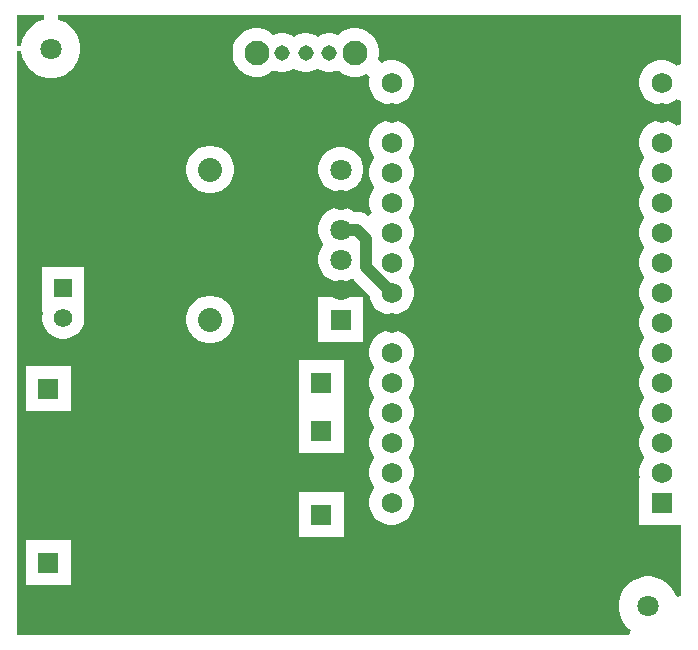
<source format=gbr>
G04*
G04 #@! TF.GenerationSoftware,Altium Limited,Altium Designer,24.6.1 (21)*
G04*
G04 Layer_Physical_Order=1*
G04 Layer_Color=255*
%FSLAX44Y44*%
%MOMM*%
G71*
G04*
G04 #@! TF.SameCoordinates,8B27C9E9-A4C2-4BD9-AFE1-7C446D6426E9*
G04*
G04*
G04 #@! TF.FilePolarity,Positive*
G04*
G01*
G75*
%ADD26C,1.0000*%
%ADD27C,1.8000*%
%ADD28C,1.3080*%
%ADD29C,2.1000*%
%ADD30C,1.7526*%
%ADD31R,1.7526X1.7526*%
%ADD32R,1.5750X1.5750*%
%ADD33C,1.5750*%
%ADD34R,1.8000X1.8000*%
%ADD35C,1.8000*%
%ADD36R,1.8000X1.8000*%
%ADD37C,2.0320*%
G36*
X913595Y1264730D02*
X911955Y1264404D01*
X907405Y1262519D01*
X903310Y1259783D01*
X899828Y1256301D01*
X897092Y1252206D01*
X895208Y1247656D01*
X894247Y1242827D01*
X890270Y1242883D01*
Y1268730D01*
X913201D01*
X913595Y1264730D01*
D02*
G37*
G36*
X1452880Y1227262D02*
X1448880Y1225605D01*
X1448331Y1226154D01*
X1445258Y1228208D01*
X1441843Y1229622D01*
X1438218Y1230343D01*
X1434522D01*
X1430897Y1229622D01*
X1427482Y1228208D01*
X1424409Y1226154D01*
X1421796Y1223541D01*
X1419742Y1220468D01*
X1418328Y1217053D01*
X1417607Y1213428D01*
Y1209732D01*
X1418328Y1206107D01*
X1419742Y1202692D01*
X1421796Y1199619D01*
X1424409Y1197006D01*
X1427482Y1194952D01*
X1430897Y1193538D01*
X1434522Y1192817D01*
X1438218D01*
X1441843Y1193538D01*
X1445258Y1194952D01*
X1448331Y1197006D01*
X1448880Y1197555D01*
X1452880Y1195898D01*
Y1176462D01*
X1448880Y1174805D01*
X1448331Y1175354D01*
X1445258Y1177408D01*
X1441843Y1178822D01*
X1438218Y1179543D01*
X1434522D01*
X1430897Y1178822D01*
X1427482Y1177408D01*
X1424409Y1175354D01*
X1421796Y1172741D01*
X1419742Y1169668D01*
X1418328Y1166253D01*
X1417607Y1162628D01*
Y1158932D01*
X1418328Y1155307D01*
X1419742Y1151892D01*
X1421796Y1148819D01*
X1422535Y1148080D01*
X1421796Y1147341D01*
X1419742Y1144268D01*
X1418328Y1140853D01*
X1417607Y1137228D01*
Y1133532D01*
X1418328Y1129907D01*
X1419742Y1126492D01*
X1421796Y1123419D01*
X1422535Y1122680D01*
X1421796Y1121941D01*
X1419742Y1118868D01*
X1418328Y1115453D01*
X1417607Y1111828D01*
Y1108132D01*
X1418328Y1104507D01*
X1419742Y1101092D01*
X1421796Y1098019D01*
X1422535Y1097280D01*
X1421796Y1096541D01*
X1419742Y1093468D01*
X1418328Y1090053D01*
X1417607Y1086428D01*
Y1082732D01*
X1418328Y1079107D01*
X1419742Y1075692D01*
X1421796Y1072619D01*
X1422535Y1071880D01*
X1421796Y1071141D01*
X1419742Y1068068D01*
X1418328Y1064653D01*
X1417607Y1061028D01*
Y1057332D01*
X1418328Y1053707D01*
X1419742Y1050292D01*
X1421796Y1047219D01*
X1422535Y1046480D01*
X1421796Y1045741D01*
X1419742Y1042668D01*
X1418328Y1039253D01*
X1417607Y1035628D01*
Y1031932D01*
X1418328Y1028307D01*
X1419742Y1024892D01*
X1421796Y1021819D01*
X1422535Y1021080D01*
X1421796Y1020341D01*
X1419742Y1017268D01*
X1418328Y1013853D01*
X1417607Y1010228D01*
Y1006532D01*
X1418328Y1002907D01*
X1419742Y999492D01*
X1421796Y996419D01*
X1422535Y995680D01*
X1421796Y994941D01*
X1419742Y991868D01*
X1418328Y988453D01*
X1417607Y984828D01*
Y981132D01*
X1418328Y977507D01*
X1419742Y974092D01*
X1421796Y971019D01*
X1422535Y970280D01*
X1421796Y969541D01*
X1419742Y966468D01*
X1418328Y963053D01*
X1417607Y959428D01*
Y955732D01*
X1418328Y952107D01*
X1419742Y948692D01*
X1421796Y945619D01*
X1422535Y944880D01*
X1421796Y944141D01*
X1419742Y941068D01*
X1418328Y937653D01*
X1417607Y934028D01*
Y930332D01*
X1418328Y926707D01*
X1419742Y923292D01*
X1421796Y920219D01*
X1422535Y919480D01*
X1421796Y918741D01*
X1419742Y915668D01*
X1418328Y912253D01*
X1417607Y908628D01*
Y904932D01*
X1418328Y901307D01*
X1419742Y897892D01*
X1421796Y894819D01*
X1422535Y894080D01*
X1421796Y893341D01*
X1419742Y890268D01*
X1418328Y886853D01*
X1417607Y883228D01*
Y879532D01*
X1417764Y878743D01*
X1417607Y874743D01*
X1417607D01*
Y837217D01*
X1452880D01*
Y776456D01*
X1448979Y775642D01*
X1447095Y780192D01*
X1444359Y784287D01*
X1440877Y787769D01*
X1436782Y790505D01*
X1432232Y792389D01*
X1427402Y793350D01*
X1422478D01*
X1417648Y792389D01*
X1413098Y790505D01*
X1409003Y787769D01*
X1405521Y784287D01*
X1402785Y780192D01*
X1400901Y775642D01*
X1399940Y770812D01*
Y765888D01*
X1400901Y761058D01*
X1402785Y756508D01*
X1405521Y752413D01*
X1409003Y748931D01*
X1410068Y748220D01*
X1408855Y744220D01*
X890270Y744220D01*
Y1237846D01*
X894247Y1237902D01*
X895208Y1233072D01*
X897092Y1228522D01*
X899828Y1224428D01*
X903310Y1220946D01*
X907405Y1218210D01*
X911955Y1216325D01*
X916785Y1215364D01*
X921709D01*
X926539Y1216325D01*
X931089Y1218210D01*
X935183Y1220946D01*
X938666Y1224428D01*
X941402Y1228522D01*
X943286Y1233072D01*
X944247Y1237902D01*
Y1242827D01*
X943286Y1247656D01*
X941402Y1252206D01*
X938666Y1256301D01*
X935183Y1259783D01*
X931089Y1262519D01*
X926539Y1264404D01*
X924899Y1264730D01*
X925293Y1268730D01*
X1452880Y1268730D01*
Y1227262D01*
D02*
G37*
%LPC*%
G36*
X1178579Y1257480D02*
X1174541D01*
X1170580Y1256692D01*
X1166850Y1255147D01*
X1163492Y1252903D01*
X1162422Y1251833D01*
X1159885Y1252884D01*
X1156689Y1253520D01*
X1153431D01*
X1150236Y1252884D01*
X1147225Y1251638D01*
X1145060Y1250191D01*
X1142895Y1251638D01*
X1139885Y1252884D01*
X1136689Y1253520D01*
X1133431D01*
X1130236Y1252884D01*
X1127225Y1251638D01*
X1125060Y1250191D01*
X1122895Y1251638D01*
X1119885Y1252884D01*
X1116689Y1253520D01*
X1113431D01*
X1110235Y1252884D01*
X1107698Y1251833D01*
X1106628Y1252903D01*
X1103270Y1255147D01*
X1099540Y1256692D01*
X1095579Y1257480D01*
X1091541D01*
X1087580Y1256692D01*
X1083850Y1255147D01*
X1080492Y1252903D01*
X1077637Y1250048D01*
X1075393Y1246690D01*
X1073848Y1242960D01*
X1073060Y1238999D01*
Y1234961D01*
X1073848Y1231000D01*
X1075393Y1227270D01*
X1077637Y1223912D01*
X1080492Y1221057D01*
X1083850Y1218813D01*
X1087580Y1217268D01*
X1091541Y1216480D01*
X1095579D01*
X1099540Y1217268D01*
X1103270Y1218813D01*
X1106628Y1221057D01*
X1107698Y1222127D01*
X1110235Y1221076D01*
X1113431Y1220440D01*
X1116689D01*
X1119885Y1221076D01*
X1122895Y1222322D01*
X1125060Y1223769D01*
X1127225Y1222322D01*
X1130236Y1221076D01*
X1133431Y1220440D01*
X1136689D01*
X1139885Y1221076D01*
X1142895Y1222322D01*
X1145060Y1223769D01*
X1147225Y1222322D01*
X1150236Y1221076D01*
X1153431Y1220440D01*
X1156689D01*
X1159885Y1221076D01*
X1162422Y1222127D01*
X1163492Y1221057D01*
X1166850Y1218813D01*
X1170580Y1217268D01*
X1174541Y1216480D01*
X1178579D01*
X1182540Y1217268D01*
X1186098Y1218742D01*
X1187691Y1218000D01*
X1189558Y1216199D01*
X1189007Y1213428D01*
Y1209732D01*
X1189728Y1206107D01*
X1191142Y1202692D01*
X1193196Y1199619D01*
X1195809Y1197006D01*
X1198882Y1194952D01*
X1202297Y1193538D01*
X1205922Y1192817D01*
X1209618D01*
X1213243Y1193538D01*
X1216658Y1194952D01*
X1219731Y1197006D01*
X1222344Y1199619D01*
X1224398Y1202692D01*
X1225812Y1206107D01*
X1226533Y1209732D01*
Y1213428D01*
X1225812Y1217053D01*
X1224398Y1220468D01*
X1222344Y1223541D01*
X1219731Y1226154D01*
X1216658Y1228208D01*
X1213243Y1229622D01*
X1209618Y1230343D01*
X1205922D01*
X1202297Y1229622D01*
X1199561Y1228489D01*
X1197534Y1229801D01*
X1196335Y1231316D01*
X1197060Y1234961D01*
Y1238999D01*
X1196272Y1242960D01*
X1194727Y1246690D01*
X1192483Y1250048D01*
X1189628Y1252903D01*
X1186270Y1255147D01*
X1182540Y1256692D01*
X1178579Y1257480D01*
D02*
G37*
G36*
X1166461Y1156920D02*
X1162719D01*
X1159048Y1156190D01*
X1155590Y1154758D01*
X1152478Y1152678D01*
X1149832Y1150032D01*
X1147752Y1146920D01*
X1146320Y1143462D01*
X1145590Y1139791D01*
Y1136049D01*
X1146320Y1132378D01*
X1147752Y1128920D01*
X1149832Y1125808D01*
X1152478Y1123162D01*
X1155590Y1121082D01*
X1159048Y1119650D01*
X1162719Y1118920D01*
X1166461D01*
X1170132Y1119650D01*
X1173590Y1121082D01*
X1176702Y1123162D01*
X1179348Y1125808D01*
X1181428Y1128920D01*
X1182860Y1132378D01*
X1183590Y1136049D01*
Y1139791D01*
X1182860Y1143462D01*
X1181428Y1146920D01*
X1179348Y1150032D01*
X1176702Y1152678D01*
X1173590Y1154758D01*
X1170132Y1156190D01*
X1166461Y1156920D01*
D02*
G37*
G36*
X1056086Y1158080D02*
X1052114D01*
X1048220Y1157305D01*
X1044551Y1155786D01*
X1041249Y1153579D01*
X1038441Y1150771D01*
X1036235Y1147469D01*
X1034715Y1143801D01*
X1033940Y1139906D01*
Y1135934D01*
X1034715Y1132039D01*
X1036235Y1128371D01*
X1038441Y1125069D01*
X1041249Y1122261D01*
X1044551Y1120054D01*
X1048220Y1118535D01*
X1052114Y1117760D01*
X1056086D01*
X1059980Y1118535D01*
X1063649Y1120054D01*
X1066951Y1122261D01*
X1069759Y1125069D01*
X1071965Y1128371D01*
X1073485Y1132039D01*
X1074260Y1135934D01*
Y1139906D01*
X1073485Y1143801D01*
X1071965Y1147469D01*
X1069759Y1150771D01*
X1066951Y1153579D01*
X1063649Y1155786D01*
X1059980Y1157305D01*
X1056086Y1158080D01*
D02*
G37*
G36*
X1209618Y1179543D02*
X1205922D01*
X1202297Y1178822D01*
X1198882Y1177408D01*
X1195809Y1175354D01*
X1193196Y1172741D01*
X1191142Y1169668D01*
X1189728Y1166253D01*
X1189007Y1162628D01*
Y1158932D01*
X1189728Y1155307D01*
X1191142Y1151892D01*
X1193196Y1148819D01*
X1193935Y1148080D01*
X1193196Y1147341D01*
X1191142Y1144268D01*
X1189728Y1140853D01*
X1189007Y1137228D01*
Y1133532D01*
X1189728Y1129907D01*
X1191142Y1126492D01*
X1193196Y1123419D01*
X1193935Y1122680D01*
X1193196Y1121941D01*
X1191142Y1118868D01*
X1189728Y1115453D01*
X1189007Y1111828D01*
Y1108132D01*
X1189728Y1104507D01*
X1191142Y1101092D01*
X1187803Y1098939D01*
X1186934Y1099652D01*
X1184328Y1101045D01*
X1181500Y1101903D01*
X1178560Y1102193D01*
X1176231D01*
X1173590Y1103958D01*
X1170132Y1105390D01*
X1166461Y1106120D01*
X1162719D01*
X1159048Y1105390D01*
X1155590Y1103958D01*
X1152478Y1101878D01*
X1149832Y1099232D01*
X1147752Y1096120D01*
X1146320Y1092662D01*
X1145590Y1088991D01*
Y1085249D01*
X1146320Y1081578D01*
X1147752Y1078120D01*
X1149832Y1075008D01*
X1150420Y1074420D01*
X1149832Y1073832D01*
X1147752Y1070720D01*
X1146320Y1067262D01*
X1145590Y1063591D01*
Y1059849D01*
X1146320Y1056178D01*
X1147752Y1052720D01*
X1149832Y1049608D01*
X1152478Y1046962D01*
X1155590Y1044882D01*
X1159048Y1043450D01*
X1162719Y1042720D01*
X1166461D01*
X1170132Y1043450D01*
X1173590Y1044882D01*
X1174747Y1045656D01*
X1175522Y1044712D01*
X1189182Y1031052D01*
X1189728Y1028307D01*
X1191142Y1024892D01*
X1193196Y1021819D01*
X1195809Y1019206D01*
X1198882Y1017152D01*
X1202297Y1015738D01*
X1205922Y1015017D01*
X1209618D01*
X1213243Y1015738D01*
X1216658Y1017152D01*
X1219731Y1019206D01*
X1222344Y1021819D01*
X1224398Y1024892D01*
X1225812Y1028307D01*
X1226533Y1031932D01*
Y1035628D01*
X1225812Y1039253D01*
X1224398Y1042668D01*
X1222344Y1045741D01*
X1221605Y1046480D01*
X1222344Y1047219D01*
X1224398Y1050292D01*
X1225812Y1053707D01*
X1226533Y1057332D01*
Y1061028D01*
X1225812Y1064653D01*
X1224398Y1068068D01*
X1222344Y1071141D01*
X1221605Y1071880D01*
X1222344Y1072619D01*
X1224398Y1075692D01*
X1225812Y1079107D01*
X1226533Y1082732D01*
Y1086428D01*
X1225812Y1090053D01*
X1224398Y1093468D01*
X1222344Y1096541D01*
X1221605Y1097280D01*
X1222344Y1098019D01*
X1224398Y1101092D01*
X1225812Y1104507D01*
X1226533Y1108132D01*
Y1111828D01*
X1225812Y1115453D01*
X1224398Y1118868D01*
X1222344Y1121941D01*
X1221605Y1122680D01*
X1222344Y1123419D01*
X1224398Y1126492D01*
X1225812Y1129907D01*
X1226533Y1133532D01*
Y1137228D01*
X1225812Y1140853D01*
X1224398Y1144268D01*
X1222344Y1147341D01*
X1221605Y1148080D01*
X1222344Y1148819D01*
X1224398Y1151892D01*
X1225812Y1155307D01*
X1226533Y1158932D01*
Y1162628D01*
X1225812Y1166253D01*
X1224398Y1169668D01*
X1222344Y1172741D01*
X1219731Y1175354D01*
X1216658Y1177408D01*
X1213243Y1178822D01*
X1209618Y1179543D01*
D02*
G37*
G36*
X947685Y1055265D02*
X911935D01*
Y1019515D01*
X911935Y1019515D01*
X912206Y1015515D01*
X911935Y1014150D01*
Y1010630D01*
X912622Y1007176D01*
X913969Y1003923D01*
X915926Y1000995D01*
X918415Y998506D01*
X921343Y996549D01*
X924596Y995202D01*
X928049Y994515D01*
X931571D01*
X935024Y995202D01*
X938277Y996549D01*
X941205Y998506D01*
X943694Y1000995D01*
X945651Y1003923D01*
X946998Y1007176D01*
X947685Y1010630D01*
Y1014150D01*
X947414Y1015515D01*
X947685Y1019515D01*
X947685D01*
Y1055265D01*
D02*
G37*
G36*
X1183590Y1029920D02*
X1145590D01*
Y991920D01*
X1183590D01*
Y1029920D01*
D02*
G37*
G36*
X1056086Y1031080D02*
X1052114D01*
X1048220Y1030305D01*
X1044551Y1028785D01*
X1041249Y1026579D01*
X1038441Y1023771D01*
X1036235Y1020469D01*
X1034715Y1016801D01*
X1033940Y1012906D01*
Y1008934D01*
X1034715Y1005040D01*
X1036235Y1001371D01*
X1038441Y998069D01*
X1041249Y995261D01*
X1044551Y993055D01*
X1048220Y991535D01*
X1052114Y990760D01*
X1056086D01*
X1059980Y991535D01*
X1063649Y993055D01*
X1066951Y995261D01*
X1069759Y998069D01*
X1071965Y1001371D01*
X1073485Y1005040D01*
X1074260Y1008934D01*
Y1012906D01*
X1073485Y1016801D01*
X1071965Y1020469D01*
X1069759Y1023771D01*
X1066951Y1026579D01*
X1063649Y1028785D01*
X1059980Y1030305D01*
X1056086Y1031080D01*
D02*
G37*
G36*
X935940Y971500D02*
X897940D01*
Y933500D01*
X935940D01*
Y971500D01*
D02*
G37*
G36*
X1167080Y976580D02*
X1129080D01*
Y939940D01*
X1129080Y935940D01*
X1129080Y934580D01*
Y897940D01*
X1167080D01*
Y934580D01*
X1167080Y938580D01*
X1167080Y939940D01*
Y976580D01*
D02*
G37*
G36*
X1209618Y1001743D02*
X1205922D01*
X1202297Y1001022D01*
X1198882Y999608D01*
X1195809Y997554D01*
X1193196Y994941D01*
X1191142Y991868D01*
X1189728Y988453D01*
X1189007Y984828D01*
Y981132D01*
X1189728Y977507D01*
X1191142Y974092D01*
X1193196Y971019D01*
X1193935Y970280D01*
X1193196Y969541D01*
X1191142Y966468D01*
X1189728Y963053D01*
X1189007Y959428D01*
Y955732D01*
X1189728Y952107D01*
X1191142Y948692D01*
X1193196Y945619D01*
X1193935Y944880D01*
X1193196Y944141D01*
X1191142Y941068D01*
X1189728Y937653D01*
X1189007Y934028D01*
Y930332D01*
X1189728Y926707D01*
X1191142Y923292D01*
X1193196Y920219D01*
X1193935Y919480D01*
X1193196Y918741D01*
X1191142Y915668D01*
X1189728Y912253D01*
X1189007Y908628D01*
Y904932D01*
X1189728Y901307D01*
X1191142Y897892D01*
X1193196Y894819D01*
X1193935Y894080D01*
X1193196Y893341D01*
X1191142Y890268D01*
X1189728Y886853D01*
X1189007Y883228D01*
Y879532D01*
X1189728Y875907D01*
X1191142Y872492D01*
X1193196Y869419D01*
X1193935Y868680D01*
X1193196Y867941D01*
X1191142Y864868D01*
X1189728Y861453D01*
X1189007Y857828D01*
Y854132D01*
X1189728Y850507D01*
X1191142Y847092D01*
X1193196Y844019D01*
X1195809Y841406D01*
X1198882Y839352D01*
X1202297Y837938D01*
X1205922Y837217D01*
X1209618D01*
X1213243Y837938D01*
X1216658Y839352D01*
X1219731Y841406D01*
X1222344Y844019D01*
X1224398Y847092D01*
X1225812Y850507D01*
X1226533Y854132D01*
Y857828D01*
X1225812Y861453D01*
X1224398Y864868D01*
X1222344Y867941D01*
X1221605Y868680D01*
X1222344Y869419D01*
X1224398Y872492D01*
X1225812Y875907D01*
X1226533Y879532D01*
Y883228D01*
X1225812Y886853D01*
X1224398Y890268D01*
X1222344Y893341D01*
X1221605Y894080D01*
X1222344Y894819D01*
X1224398Y897892D01*
X1225812Y901307D01*
X1226533Y904932D01*
Y908628D01*
X1225812Y912253D01*
X1224398Y915668D01*
X1222344Y918741D01*
X1221605Y919480D01*
X1222344Y920219D01*
X1224398Y923292D01*
X1225812Y926707D01*
X1226533Y930332D01*
Y934028D01*
X1225812Y937653D01*
X1224398Y941068D01*
X1222344Y944141D01*
X1221605Y944880D01*
X1222344Y945619D01*
X1224398Y948692D01*
X1225812Y952107D01*
X1226533Y955732D01*
Y959428D01*
X1225812Y963053D01*
X1224398Y966468D01*
X1222344Y969541D01*
X1221605Y970280D01*
X1222344Y971019D01*
X1224398Y974092D01*
X1225812Y977507D01*
X1226533Y981132D01*
Y984828D01*
X1225812Y988453D01*
X1224398Y991868D01*
X1222344Y994941D01*
X1219731Y997554D01*
X1216658Y999608D01*
X1213243Y1001022D01*
X1209618Y1001743D01*
D02*
G37*
G36*
X1167080Y864820D02*
X1129080D01*
Y826820D01*
X1167080D01*
Y864820D01*
D02*
G37*
G36*
X935940Y824180D02*
X897940D01*
Y786180D01*
X935940D01*
Y824180D01*
D02*
G37*
%LPD*%
D26*
X1178560Y1087120D02*
X1186180Y1079500D01*
X1164590Y1087120D02*
X1178560D01*
X1186180Y1055370D02*
Y1079500D01*
Y1055370D02*
X1207770Y1033780D01*
D27*
X919247Y1240364D02*
D03*
X1424940Y768350D02*
D03*
D28*
X1155060Y1236980D02*
D03*
X1115060D02*
D03*
X1135060D02*
D03*
D29*
X1176560D02*
D03*
X1093560D02*
D03*
D30*
X1207770Y1211580D02*
D03*
Y1186180D02*
D03*
Y1160780D02*
D03*
Y1135380D02*
D03*
Y1109980D02*
D03*
Y1084580D02*
D03*
Y1059180D02*
D03*
Y1033780D02*
D03*
Y1008380D02*
D03*
Y982980D02*
D03*
Y957580D02*
D03*
Y932180D02*
D03*
Y906780D02*
D03*
Y881380D02*
D03*
Y855980D02*
D03*
X1436370Y1211580D02*
D03*
Y1186180D02*
D03*
Y1160780D02*
D03*
Y1135380D02*
D03*
Y1109980D02*
D03*
Y1084580D02*
D03*
Y1059180D02*
D03*
Y1033780D02*
D03*
Y1008380D02*
D03*
Y982980D02*
D03*
Y957580D02*
D03*
Y932180D02*
D03*
Y906780D02*
D03*
Y881380D02*
D03*
D31*
Y855980D02*
D03*
D32*
X929810Y1037390D02*
D03*
D33*
Y1012390D02*
D03*
D34*
X916940Y952500D02*
D03*
Y805180D02*
D03*
X1148080Y957580D02*
D03*
Y805180D02*
D03*
Y916940D02*
D03*
Y845820D02*
D03*
D35*
X1164590Y1137920D02*
D03*
Y1112520D02*
D03*
Y1087120D02*
D03*
Y1061720D02*
D03*
Y1036320D02*
D03*
D36*
Y1010920D02*
D03*
D37*
X1054100D02*
D03*
Y1137920D02*
D03*
M02*

</source>
